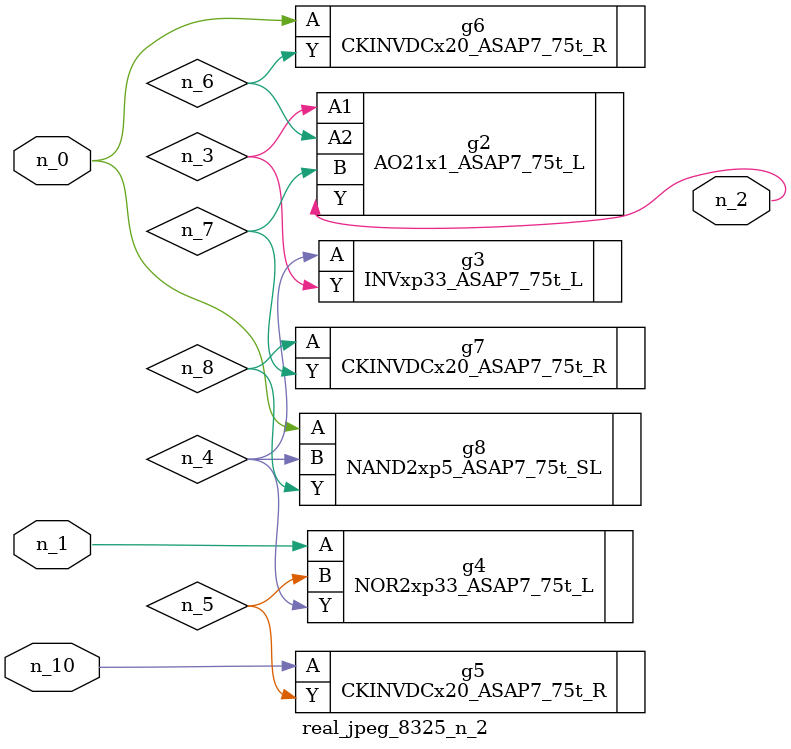
<source format=v>
module real_jpeg_8325_n_2 (n_1, n_10, n_0, n_2);

input n_1;
input n_10;
input n_0;

output n_2;

wire n_5;
wire n_4;
wire n_8;
wire n_6;
wire n_7;
wire n_3;

CKINVDCx20_ASAP7_75t_R g6 ( 
.A(n_0),
.Y(n_6)
);

NAND2xp5_ASAP7_75t_SL g8 ( 
.A(n_0),
.B(n_4),
.Y(n_8)
);

NOR2xp33_ASAP7_75t_L g4 ( 
.A(n_1),
.B(n_5),
.Y(n_4)
);

AO21x1_ASAP7_75t_L g2 ( 
.A1(n_3),
.A2(n_6),
.B(n_7),
.Y(n_2)
);

INVxp33_ASAP7_75t_L g3 ( 
.A(n_4),
.Y(n_3)
);

CKINVDCx20_ASAP7_75t_R g7 ( 
.A(n_8),
.Y(n_7)
);

CKINVDCx20_ASAP7_75t_R g5 ( 
.A(n_10),
.Y(n_5)
);


endmodule
</source>
